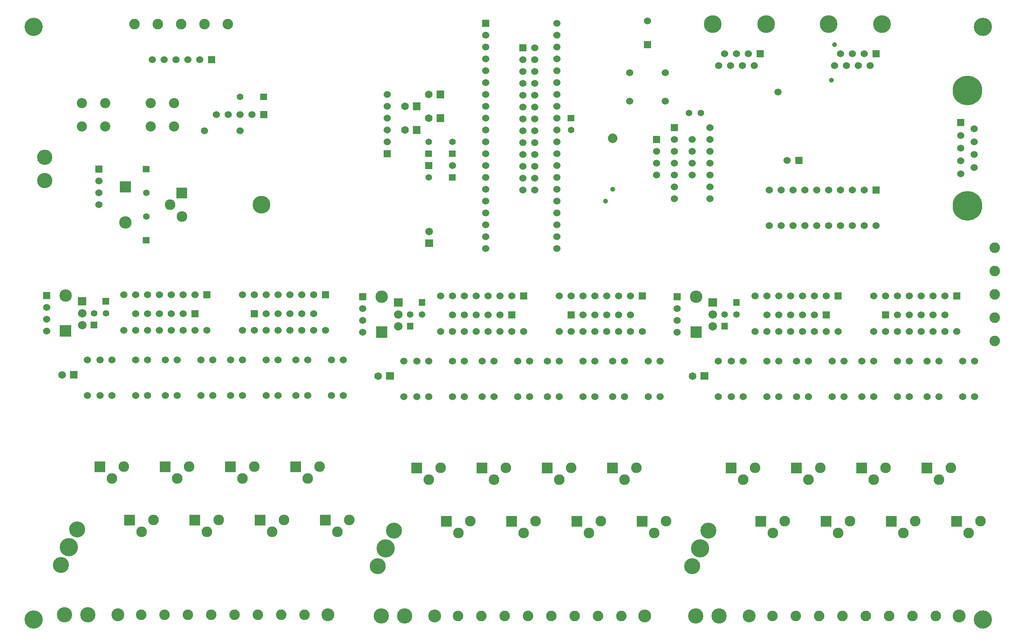
<source format=gbr>
G04 start of page 4 for group 2 idx 3 *
G04 Title: 24SSR-DC, signal3 *
G04 Creator: pcb 20110918 *
G04 CreationDate: 五 12/20 18:00:37 2013 UTC *
G04 For: steve *
G04 Format: Gerber/RS-274X *
G04 PCB-Dimensions: 850000 550000 *
G04 PCB-Coordinate-Origin: lower left *
%MOIN*%
%FSLAX25Y25*%
%LNGROUP2*%
%ADD114C,0.1280*%
%ADD113C,0.1250*%
%ADD112C,0.1300*%
%ADD111C,0.0430*%
%ADD110C,0.0500*%
%ADD109C,0.0380*%
%ADD108C,0.0420*%
%ADD107C,0.0280*%
%ADD106C,0.0454*%
%ADD105C,0.0512*%
%ADD104C,0.0400*%
%ADD103C,0.0350*%
%ADD102C,0.0300*%
%ADD101C,0.0200*%
%ADD100C,0.1495*%
%ADD99C,0.0800*%
%ADD98C,0.0410*%
%ADD97C,0.1500*%
%ADD96C,0.2500*%
%ADD95C,0.0860*%
%ADD94C,0.1500*%
%ADD93C,0.0550*%
%ADD92C,0.1050*%
%ADD91C,0.0650*%
%ADD90C,0.0720*%
%ADD89C,0.0600*%
%ADD88C,0.1287*%
%ADD87C,0.0887*%
%ADD86C,0.1087*%
%ADD85C,0.1350*%
%ADD84C,0.1535*%
%ADD83C,0.0900*%
%ADD82C,0.0001*%
G54D82*G36*
X533500Y112500D02*Y103500D01*
X542500D01*
Y112500D01*
X533500D01*
G37*
G54D83*X548000Y98000D03*
X558000Y108000D03*
G54D84*X586890Y85000D03*
G54D85*X593661Y100000D03*
X580000Y70000D03*
G54D83*X533000Y153000D03*
G54D82*G36*
X453500Y157500D02*Y148500D01*
X462500D01*
Y157500D01*
X453500D01*
G37*
G54D83*X478000Y153000D03*
G54D82*G36*
X608500Y157500D02*Y148500D01*
X617500D01*
Y157500D01*
X608500D01*
G37*
G54D86*X540165Y28000D03*
G54D87*X520480D03*
X500795D03*
X481110D03*
X461425D03*
G54D88*X602685D03*
X583000D03*
G54D86*X628000D03*
G54D87*X647685D03*
X667370D03*
G54D82*G36*
X798500Y112500D02*Y103500D01*
X807500D01*
Y112500D01*
X798500D01*
G37*
G54D83*X823000Y108000D03*
G54D82*G36*
X743500Y112500D02*Y103500D01*
X752500D01*
Y112500D01*
X743500D01*
G37*
G54D83*X768000Y108000D03*
X813000Y98000D03*
X758000D03*
X703000D03*
G54D82*G36*
X773500Y157500D02*Y148500D01*
X782500D01*
Y157500D01*
X773500D01*
G37*
G54D83*X798000Y153000D03*
G54D82*G36*
X718500Y157500D02*Y148500D01*
X727500D01*
Y157500D01*
X718500D01*
G37*
G54D83*X743000Y153000D03*
G54D86*X805165Y28000D03*
G54D87*X785480D03*
X765795D03*
X746110D03*
X726425D03*
X687055D03*
X706740D03*
G54D82*G36*
X688500Y112500D02*Y103500D01*
X697500D01*
Y112500D01*
X688500D01*
G37*
G54D83*X713000Y108000D03*
G54D82*G36*
X633500Y112500D02*Y103500D01*
X642500D01*
Y112500D01*
X633500D01*
G37*
G54D83*X658000Y108000D03*
X648000Y98000D03*
X788000Y143000D03*
X733000D03*
X678000D03*
X623000D03*
G54D82*G36*
X663500Y157500D02*Y148500D01*
X672500D01*
Y157500D01*
X663500D01*
G37*
G54D83*X688000Y153000D03*
X633000D03*
G54D82*G36*
X478500Y112500D02*Y103500D01*
X487500D01*
Y112500D01*
X478500D01*
G37*
G54D83*X493000Y98000D03*
X503000Y108000D03*
G54D82*G36*
X508500Y157500D02*Y148500D01*
X517500D01*
Y157500D01*
X508500D01*
G37*
G54D89*X488000Y213000D03*
X498000D03*
X513000D03*
X523000D03*
X388000Y243000D03*
X403000D03*
X413000D03*
X433000D03*
X443000D03*
X543000D03*
G54D82*G36*
X425000Y285000D02*Y279000D01*
X431000D01*
Y285000D01*
X425000D01*
G37*
G54D89*X418000Y282000D03*
G54D82*G36*
X435000Y301000D02*Y295000D01*
X441000D01*
Y301000D01*
X435000D01*
G37*
G54D89*X428000Y298000D03*
X418000D03*
X408000D03*
X508000D03*
X498000D03*
X488000D03*
X478000D03*
X468000D03*
X418000Y268000D03*
X428000D03*
X438000D03*
X468000D03*
X478000D03*
X488000D03*
X498000D03*
X538000D03*
G54D90*X597500Y272500D03*
G54D82*G36*
X604750Y275250D02*Y269750D01*
X610250D01*
Y275250D01*
X604750D01*
G37*
G54D89*X567500Y267500D03*
G54D82*G36*
X578750Y272250D02*Y262750D01*
X588250D01*
Y272250D01*
X578750D01*
G37*
G54D89*X543000Y213000D03*
X553000D03*
Y243000D03*
X613000Y213000D03*
Y243000D03*
X623000D03*
G54D82*G36*
X587250Y233750D02*Y227250D01*
X593750D01*
Y233750D01*
X587250D01*
G37*
G54D91*X580500Y230500D03*
G54D89*X602000Y243000D03*
Y213000D03*
G54D82*G36*
X535000Y301000D02*Y295000D01*
X541000D01*
Y301000D01*
X535000D01*
G37*
G36*
X564500Y300500D02*Y294500D01*
X570500D01*
Y300500D01*
X564500D01*
G37*
G54D92*X583500Y297500D03*
G54D89*X528000Y298000D03*
X518000D03*
G54D82*G36*
X614750Y295250D02*Y289750D01*
X620250D01*
Y295250D01*
X614750D01*
G37*
G54D93*X617500Y282500D03*
G54D82*G36*
X593900Y296100D02*Y288900D01*
X601100D01*
Y296100D01*
X593900D01*
G37*
G54D90*X597500Y282500D03*
G54D93*X607500D03*
G54D89*X567500Y287500D03*
Y277500D03*
X623000Y213000D03*
X643000D03*
X653000D03*
X643000Y243000D03*
X653000D03*
X668000D03*
X678000D03*
X698000D03*
X668000Y213000D03*
X678000D03*
X698000D03*
X708000D03*
Y243000D03*
X723000Y213000D03*
X733000D03*
X753000D03*
X723000Y243000D03*
X733000D03*
X753000D03*
X763000D03*
X778000D03*
X788000D03*
X763000Y213000D03*
X778000D03*
X788000D03*
X808000D03*
Y243000D03*
X818000D03*
Y213000D03*
G54D82*G36*
X690000Y285000D02*Y279000D01*
X696000D01*
Y285000D01*
X690000D01*
G37*
G54D89*X683000Y282000D03*
G54D82*G36*
X700000Y301000D02*Y295000D01*
X706000D01*
Y301000D01*
X700000D01*
G37*
G54D89*X693000Y298000D03*
X683000D03*
X673000Y282000D03*
X663000D03*
X653000D03*
X643000D03*
X673000Y298000D03*
Y268000D03*
X683000D03*
X693000D03*
X703000D03*
X663000Y298000D03*
Y268000D03*
X653000Y298000D03*
Y268000D03*
X643000Y298000D03*
X633000D03*
Y268000D03*
X643000D03*
G54D82*G36*
X740000Y285000D02*Y279000D01*
X746000D01*
Y285000D01*
X740000D01*
G37*
G54D89*X753000Y282000D03*
X763000D03*
X773000D03*
X783000D03*
X793000D03*
X773000Y298000D03*
X763000D03*
X753000D03*
X743000D03*
X733000D03*
Y268000D03*
X743000D03*
X753000D03*
X763000D03*
G54D87*X835000Y260000D03*
Y279685D03*
G54D89*X348000Y213000D03*
X358000D03*
X348000Y243000D03*
X358000D03*
X378000Y213000D03*
Y243000D03*
G54D91*X315500Y230500D03*
G54D89*X388000Y213000D03*
X403000D03*
X413000D03*
X433000D03*
X443000D03*
X81000Y214000D03*
G54D82*G36*
X55750Y234750D02*Y228250D01*
X62250D01*
Y234750D01*
X55750D01*
G37*
G54D91*X49000Y231500D03*
G54D89*X70500Y214000D03*
X176000D03*
X191000D03*
X201000D03*
X221000D03*
X231000D03*
X246000D03*
X256000D03*
X276000D03*
X286000D03*
X408000Y282000D03*
X398000D03*
Y298000D03*
X388000D03*
X378000D03*
X368000D03*
X388000Y282000D03*
X378000D03*
X368000Y268000D03*
X378000D03*
X388000D03*
X398000D03*
X408000D03*
G54D82*G36*
X299500Y300500D02*Y294500D01*
X305500D01*
Y300500D01*
X299500D01*
G37*
G54D89*X302500Y287500D03*
Y277500D03*
Y267500D03*
G54D82*G36*
X313750Y272250D02*Y262750D01*
X323250D01*
Y272250D01*
X313750D01*
G37*
G54D89*X141000Y269000D03*
X151000D03*
X161000D03*
X171000D03*
X201000D03*
X211000D03*
X221000D03*
X231000D03*
X241000D03*
X251000D03*
X261000D03*
X271000D03*
X111000D03*
X121000D03*
X131000D03*
G54D82*G36*
X62400Y297100D02*Y289900D01*
X69600D01*
Y297100D01*
X62400D01*
G37*
G54D90*X66000Y283500D03*
Y273500D03*
G54D82*G36*
X73250Y276250D02*Y270750D01*
X78750D01*
Y276250D01*
X73250D01*
G37*
G54D93*X76000Y283500D03*
G54D89*X70500Y244000D03*
G54D82*G36*
X83250Y296250D02*Y290750D01*
X88750D01*
Y296250D01*
X83250D01*
G37*
G54D93*X86000Y283500D03*
G54D82*G36*
X47250Y273250D02*Y263750D01*
X56750D01*
Y273250D01*
X47250D01*
G37*
G54D88*X337685Y28000D03*
X318000D03*
G54D84*X321890Y85000D03*
G54D85*X328661Y100000D03*
X315000Y70000D03*
G54D82*G36*
X423500Y112500D02*Y103500D01*
X432500D01*
Y112500D01*
X423500D01*
G37*
G36*
X368500D02*Y103500D01*
X377500D01*
Y112500D01*
X368500D01*
G37*
G54D83*X383000Y98000D03*
X393000Y108000D03*
G54D86*X363000Y28000D03*
X273165Y29000D03*
G54D87*X253480D03*
X382685Y28000D03*
X402370D03*
X422055D03*
X441740D03*
G54D83*X438000Y98000D03*
X448000Y108000D03*
X523000Y143000D03*
X468000D03*
X413000D03*
X358000D03*
G54D82*G36*
X398500Y157500D02*Y148500D01*
X407500D01*
Y157500D01*
X398500D01*
G37*
G54D83*X423000Y153000D03*
G54D82*G36*
X343500Y157500D02*Y148500D01*
X352500D01*
Y157500D01*
X343500D01*
G37*
G54D83*X368000Y153000D03*
G54D82*G36*
X266500Y113500D02*Y104500D01*
X275500D01*
Y113500D01*
X266500D01*
G37*
G54D83*X281000Y99000D03*
X291000Y109000D03*
G54D82*G36*
X211500Y113500D02*Y104500D01*
X220500D01*
Y113500D01*
X211500D01*
G37*
G54D83*X226000Y99000D03*
X236000Y109000D03*
G54D82*G36*
X156500Y113500D02*Y104500D01*
X165500D01*
Y113500D01*
X156500D01*
G37*
G54D83*X171000Y99000D03*
X181000Y109000D03*
G54D82*G36*
X101500Y113500D02*Y104500D01*
X110500D01*
Y113500D01*
X101500D01*
G37*
G54D83*X126000Y109000D03*
X116000Y99000D03*
G54D84*X54890Y86000D03*
G54D85*X61661Y101000D03*
X48000Y71000D03*
G54D82*G36*
X241500Y158500D02*Y149500D01*
X250500D01*
Y158500D01*
X241500D01*
G37*
G54D83*X266000Y154000D03*
G54D82*G36*
X186500Y158500D02*Y149500D01*
X195500D01*
Y158500D01*
X186500D01*
G37*
G54D83*X211000Y154000D03*
X256000Y144000D03*
X201000D03*
X146000D03*
G54D82*G36*
X131500Y158500D02*Y149500D01*
X140500D01*
Y158500D01*
X131500D01*
G37*
G54D83*X156000Y154000D03*
G54D82*G36*
X76500Y158500D02*Y149500D01*
X85500D01*
Y158500D01*
X76500D01*
G37*
G54D83*X101000Y154000D03*
X91000Y144000D03*
G54D87*X233795Y29000D03*
X214110D03*
X194425D03*
G54D86*X96000D03*
G54D87*X115685D03*
X135370D03*
X155055D03*
X174740D03*
G54D88*X70685D03*
X51000D03*
G54D89*X81000Y244000D03*
X91000D03*
X111000D03*
X91000Y214000D03*
X111000D03*
X121000D03*
X136000D03*
X146000D03*
X166000D03*
X121000Y244000D03*
X136000D03*
X146000D03*
X166000D03*
X191000D03*
X201000D03*
X221000D03*
X231000D03*
G54D94*X217000Y375000D03*
G54D89*X176000Y244000D03*
G54D82*G36*
X158000Y286000D02*Y280000D01*
X164000D01*
Y286000D01*
X158000D01*
G37*
G54D89*X151000Y283000D03*
X141000D03*
G54D82*G36*
X168000Y302000D02*Y296000D01*
X174000D01*
Y302000D01*
X168000D01*
G37*
G54D89*X161000Y299000D03*
X151000D03*
X246000Y244000D03*
X256000D03*
X276000D03*
X286000D03*
G54D82*G36*
X208000Y286000D02*Y280000D01*
X214000D01*
Y286000D01*
X208000D01*
G37*
G54D89*X221000Y283000D03*
X231000D03*
X241000D03*
X251000D03*
X261000D03*
G54D82*G36*
X268000Y302000D02*Y296000D01*
X274000D01*
Y302000D01*
X268000D01*
G37*
G54D89*X261000Y299000D03*
X251000D03*
X241000D03*
X231000D03*
X221000D03*
X211000D03*
X201000D03*
X141000D03*
X131000D03*
X121000D03*
X111000D03*
X101000D03*
G54D92*X318500Y297500D03*
G54D89*X131000Y283000D03*
X121000D03*
X111000D03*
X101000Y269000D03*
X80000Y375000D03*
G54D82*G36*
X117250Y347750D02*Y342250D01*
X122750D01*
Y347750D01*
X117250D01*
G37*
G54D93*X120000Y365000D03*
G54D92*X102500Y360000D03*
G54D82*G36*
X33000Y301500D02*Y295500D01*
X39000D01*
Y301500D01*
X33000D01*
G37*
G54D92*X52000Y298500D03*
G54D89*X36000Y288500D03*
Y278500D03*
Y268500D03*
G54D82*G36*
X216000Y454000D02*Y448000D01*
X222000D01*
Y454000D01*
X216000D01*
G37*
G36*
X216250Y468750D02*Y463250D01*
X221750D01*
Y468750D01*
X216250D01*
G37*
G54D89*X209000Y451000D03*
X199000D03*
G54D93*Y466000D03*
G54D89*Y437500D03*
X189000Y451000D03*
X179000D03*
G54D87*X188740Y527500D03*
X169055D03*
G54D89*X169000Y437500D03*
G54D82*G36*
X172000Y500500D02*Y494500D01*
X178000D01*
Y500500D01*
X172000D01*
G37*
G54D89*X165000Y497500D03*
X155000D03*
X145000D03*
X135000D03*
X125000D03*
G54D87*X110000Y527500D03*
X129685D03*
X149370D03*
G54D82*G36*
X77000Y408000D02*Y402000D01*
X83000D01*
Y408000D01*
X77000D01*
G37*
G36*
X117250Y407750D02*Y402250D01*
X122750D01*
Y407750D01*
X117250D01*
G37*
G54D95*X143300Y460800D03*
X123700D03*
Y441200D03*
X143300D03*
X85300Y460800D03*
X65700D03*
Y441200D03*
X85300D03*
G54D89*X80000Y385000D03*
G54D93*X120000D03*
G54D82*G36*
X97750Y394750D02*Y385250D01*
X107250D01*
Y394750D01*
X97750D01*
G37*
G36*
X145500Y389500D02*Y380500D01*
X154500D01*
Y389500D01*
X145500D01*
G37*
G54D83*X140000Y375000D03*
X150000Y365000D03*
G54D89*X80000Y395000D03*
G54D88*X34500Y415185D03*
Y395500D03*
G54D82*G36*
X403000Y531000D02*Y525000D01*
X409000D01*
Y531000D01*
X403000D01*
G37*
G54D89*X406000Y518000D03*
Y508000D03*
G54D82*G36*
X434500Y510500D02*Y504500D01*
X440500D01*
Y510500D01*
X434500D01*
G37*
G54D89*X447500Y507500D03*
X406000Y498000D03*
X437500Y497500D03*
X447500D03*
X406000Y488000D03*
X466000D03*
X437500Y487500D03*
X447500D03*
X466000Y498000D03*
Y508000D03*
Y518000D03*
Y528000D03*
G54D82*G36*
X355250Y420750D02*Y415250D01*
X360750D01*
Y420750D01*
X355250D01*
G37*
G54D93*X358000Y428000D03*
G54D82*G36*
X375250Y420750D02*Y415250D01*
X380750D01*
Y420750D01*
X375250D01*
G37*
G54D93*X378000Y428000D03*
G54D82*G36*
X355000Y411000D02*Y405000D01*
X361000D01*
Y411000D01*
X355000D01*
G37*
G54D89*X378000Y408000D03*
G54D82*G36*
X375250Y400750D02*Y395250D01*
X380750D01*
Y400750D01*
X375250D01*
G37*
G54D93*X358000Y398000D03*
G54D82*G36*
X355250Y345750D02*Y339250D01*
X361750D01*
Y345750D01*
X355250D01*
G37*
G54D91*X358500Y352500D03*
G54D82*G36*
X364750Y471250D02*Y464750D01*
X371250D01*
Y471250D01*
X364750D01*
G37*
G54D91*X358000Y468000D03*
G54D82*G36*
X344750Y461250D02*Y454750D01*
X351250D01*
Y461250D01*
X344750D01*
G37*
G54D91*X338000Y458000D03*
G54D82*G36*
X364750Y451250D02*Y444750D01*
X371250D01*
Y451250D01*
X364750D01*
G37*
G54D91*X358000Y448000D03*
G54D82*G36*
X344750Y441250D02*Y434750D01*
X351250D01*
Y441250D01*
X344750D01*
G37*
G54D91*X338000Y438000D03*
G54D82*G36*
X320000Y421000D02*Y415000D01*
X326000D01*
Y421000D01*
X320000D01*
G37*
G54D89*X323000Y428000D03*
Y438000D03*
Y448000D03*
Y458000D03*
Y468000D03*
X406000Y478000D03*
Y468000D03*
Y458000D03*
Y448000D03*
Y438000D03*
Y428000D03*
Y418000D03*
Y408000D03*
Y398000D03*
Y388000D03*
Y378000D03*
Y368000D03*
Y358000D03*
Y348000D03*
G54D82*G36*
X800000Y301000D02*Y295000D01*
X806000D01*
Y301000D01*
X800000D01*
G37*
G54D89*X793000Y298000D03*
X783000D03*
X773000Y268000D03*
X783000D03*
X793000D03*
X803000D03*
X595000Y380000D03*
Y390000D03*
Y400000D03*
Y410000D03*
Y420000D03*
Y430000D03*
G54D82*G36*
X803500Y447300D02*Y441300D01*
X809500D01*
Y447300D01*
X803500D01*
G37*
G54D89*X817700Y438900D03*
G54D96*X812100Y471300D03*
G54D89*X806500Y433500D03*
X817700Y428100D03*
X806500Y422700D03*
X817700Y417300D03*
Y406500D03*
G54D96*X812100Y374100D03*
G54D89*X806500Y411900D03*
Y401100D03*
G54D87*X835000Y338740D03*
Y319055D03*
Y299370D03*
G54D82*G36*
X732000Y390500D02*Y384500D01*
X738000D01*
Y390500D01*
X732000D01*
G37*
G54D89*X725000Y387500D03*
X715000D03*
X705000D03*
X695000D03*
X685000D03*
X675000D03*
X665000D03*
G54D82*G36*
X667000Y415500D02*Y409500D01*
X673000D01*
Y415500D01*
X667000D01*
G37*
G54D89*X660000Y412500D03*
X655000Y387500D03*
X645000D03*
Y357500D03*
X655000D03*
X665000D03*
X675000D03*
X685000D03*
X695000D03*
X705000D03*
X715000D03*
X725000D03*
X735000D03*
X595000Y440000D03*
G54D93*X587500Y452500D03*
G54D89*X602500Y492500D03*
X612500D03*
X700000D03*
X710000D03*
X720000D03*
X730000D03*
X622500D03*
X632500D03*
G54D82*G36*
X634500Y505500D02*Y499500D01*
X640500D01*
Y505500D01*
X634500D01*
G37*
G54D89*X627500Y502500D03*
X617500D03*
X607500D03*
G54D82*G36*
X732000Y505500D02*Y499500D01*
X738000D01*
Y505500D01*
X732000D01*
G37*
G54D89*X725000Y502500D03*
X715000D03*
X705000D03*
G54D97*X642500Y527500D03*
X597500D03*
X740000D03*
X695000D03*
G54D89*X458000Y213000D03*
Y243000D03*
X468000Y213000D03*
Y243000D03*
X488000D03*
G54D82*G36*
X475000Y285000D02*Y279000D01*
X481000D01*
Y285000D01*
X475000D01*
G37*
G54D89*X498000Y243000D03*
X513000D03*
X523000D03*
X488000Y282000D03*
X498000D03*
X508000D03*
X518000D03*
X528000D03*
X508000Y268000D03*
X518000D03*
X528000D03*
G54D82*G36*
X322250Y233750D02*Y227250D01*
X328750D01*
Y233750D01*
X322250D01*
G37*
G36*
X349750Y295250D02*Y289750D01*
X355250D01*
Y295250D01*
X349750D01*
G37*
G54D93*X352500Y282500D03*
G54D82*G36*
X328900Y296100D02*Y288900D01*
X336100D01*
Y296100D01*
X328900D01*
G37*
G54D90*X332500Y282500D03*
Y272500D03*
G54D82*G36*
X339750Y275250D02*Y269750D01*
X345250D01*
Y275250D01*
X339750D01*
G37*
G54D93*X342500Y282500D03*
G54D89*X337000Y213000D03*
Y243000D03*
X406000Y338000D03*
G54D82*G36*
X562000Y443000D02*Y437000D01*
X568000D01*
Y443000D01*
X562000D01*
G37*
G54D89*X565000Y430000D03*
Y420000D03*
Y410000D03*
Y400000D03*
Y390000D03*
X580000Y400000D03*
Y410000D03*
Y420000D03*
Y430000D03*
X565000Y380000D03*
G54D93*X577500Y452500D03*
G54D82*G36*
X547000Y433000D02*Y427000D01*
X553000D01*
Y433000D01*
X547000D01*
G37*
G54D89*X550000Y420000D03*
Y410000D03*
Y400000D03*
X557500Y486500D03*
Y462500D03*
X466000Y338000D03*
Y348000D03*
Y358000D03*
Y368000D03*
Y378000D03*
Y388000D03*
Y398000D03*
Y408000D03*
Y418000D03*
Y428000D03*
Y438000D03*
Y448000D03*
Y458000D03*
Y468000D03*
Y478000D03*
X437500Y477500D03*
X447500D03*
Y467500D03*
X437500D03*
Y457500D03*
X447500D03*
X437500Y447500D03*
X447500D03*
X437500Y437500D03*
X447500D03*
X437500Y427500D03*
Y417500D03*
Y407500D03*
Y397500D03*
Y387500D03*
X447500Y427500D03*
Y417500D03*
Y407500D03*
Y397500D03*
Y387500D03*
G54D82*G36*
X475250Y450750D02*Y445250D01*
X480750D01*
Y450750D01*
X475250D01*
G37*
G54D93*X478000Y438000D03*
G54D82*G36*
X539500Y513000D02*Y507000D01*
X545500D01*
Y513000D01*
X539500D01*
G37*
G54D89*X542500Y530000D03*
X527500Y486500D03*
Y462500D03*
G54D84*X25000Y525000D03*
X825000Y25000D03*
X25000D03*
G54D98*X513000Y388000D03*
G54D99*Y431000D03*
G54D98*X507000Y378000D03*
G54D84*X825000Y525000D03*
G54D98*X697500Y480000D03*
G54D89*X652500Y470000D03*
G54D98*X700000Y510000D03*
G54D100*G54D101*G54D102*G54D101*G54D100*G54D101*G54D103*G54D101*G54D104*G54D100*G54D105*G54D104*G54D106*G54D104*G54D106*G54D104*G54D107*G54D108*G54D102*G54D109*G54D110*G54D107*G54D111*G54D107*G54D109*G54D110*G54D107*G54D102*G54D108*G54D102*G54D109*G54D107*G54D106*G54D107*G54D111*G54D107*G54D111*G54D107*G54D109*G54D110*G54D107*G54D108*G54D102*G54D107*G54D102*G54D110*G54D106*G54D100*G54D105*G54D104*G54D106*G54D104*G54D100*G54D105*G54D104*G54D106*G54D107*G54D112*G54D107*G54D110*G54D107*G54D109*G54D102*G54D110*G54D109*G54D110*G54D109*G54D102*G54D109*G54D102*G54D107*G54D109*G54D106*G54D107*G54D106*G54D109*G54D102*G54D111*G54D109*G54D102*G54D110*G54D104*G54D109*G54D106*G54D107*G54D109*G54D107*G54D109*G54D107*G54D109*G54D107*G54D102*G54D107*G54D102*G54D111*G54D107*G54D103*G54D113*G54D103*G54D113*G54D103*G54D106*G54D107*G54D102*G54D107*G54D102*G54D103*G54D114*G54D107*G54D111*G54D102*G54D108*G54D102*G54D107*G54D102*G54D107*G54D109*G54D102*G54D107*M02*

</source>
